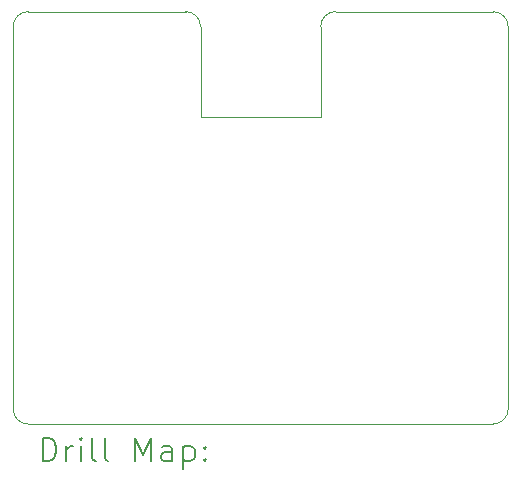
<source format=gbr>
%TF.GenerationSoftware,KiCad,Pcbnew,(6.0.10-0)*%
%TF.CreationDate,2023-01-12T22:41:01+08:00*%
%TF.ProjectId,Control,436f6e74-726f-46c2-9e6b-696361645f70,V3.2.2*%
%TF.SameCoordinates,PX7df6180PY32de760*%
%TF.FileFunction,Drillmap*%
%TF.FilePolarity,Positive*%
%FSLAX45Y45*%
G04 Gerber Fmt 4.5, Leading zero omitted, Abs format (unit mm)*
G04 Created by KiCad (PCBNEW (6.0.10-0)) date 2023-01-12 22:41:01*
%MOMM*%
%LPD*%
G01*
G04 APERTURE LIST*
%ADD10C,0.120000*%
%ADD11C,0.200000*%
G04 APERTURE END LIST*
D10*
X1270000Y-381000D02*
X254000Y-381000D01*
X2730500Y-2984500D02*
X-1206500Y-2984500D01*
X-1333500Y-2857500D02*
X-1333500Y381000D01*
X1397000Y508000D02*
G75*
G03*
X1270000Y381000I0J-127000D01*
G01*
X2857500Y381000D02*
G75*
G03*
X2730500Y508000I-127000J0D01*
G01*
X-1333500Y-2857500D02*
G75*
G03*
X-1206500Y-2984500I127000J0D01*
G01*
X1270000Y381000D02*
X1270000Y-381000D01*
X2730500Y-2984500D02*
G75*
G03*
X2857500Y-2857500I0J127000D01*
G01*
X-1206500Y508000D02*
G75*
G03*
X-1333500Y381000I0J-127000D01*
G01*
X254000Y-381000D02*
X254000Y381000D01*
X1397000Y508000D02*
X2730500Y508000D01*
X2857500Y381000D02*
X2857500Y-2857500D01*
X254000Y381000D02*
G75*
G03*
X127000Y508000I-127000J0D01*
G01*
X127000Y508000D02*
X-1206500Y508000D01*
D11*
X-1081881Y-3300976D02*
X-1081881Y-3100976D01*
X-1034262Y-3100976D01*
X-1005690Y-3110500D01*
X-986643Y-3129548D01*
X-977119Y-3148595D01*
X-967595Y-3186690D01*
X-967595Y-3215262D01*
X-977119Y-3253357D01*
X-986643Y-3272405D01*
X-1005690Y-3291452D01*
X-1034262Y-3300976D01*
X-1081881Y-3300976D01*
X-881881Y-3300976D02*
X-881881Y-3167643D01*
X-881881Y-3205738D02*
X-872357Y-3186690D01*
X-862833Y-3177167D01*
X-843786Y-3167643D01*
X-824738Y-3167643D01*
X-758071Y-3300976D02*
X-758071Y-3167643D01*
X-758071Y-3100976D02*
X-767595Y-3110500D01*
X-758071Y-3120024D01*
X-748548Y-3110500D01*
X-758071Y-3100976D01*
X-758071Y-3120024D01*
X-634262Y-3300976D02*
X-653310Y-3291452D01*
X-662833Y-3272405D01*
X-662833Y-3100976D01*
X-529500Y-3300976D02*
X-548548Y-3291452D01*
X-558072Y-3272405D01*
X-558072Y-3100976D01*
X-300929Y-3300976D02*
X-300929Y-3100976D01*
X-234262Y-3243833D01*
X-167595Y-3100976D01*
X-167595Y-3300976D01*
X13357Y-3300976D02*
X13357Y-3196214D01*
X3833Y-3177167D01*
X-15214Y-3167643D01*
X-53310Y-3167643D01*
X-72357Y-3177167D01*
X13357Y-3291452D02*
X-5690Y-3300976D01*
X-53310Y-3300976D01*
X-72357Y-3291452D01*
X-81881Y-3272405D01*
X-81881Y-3253357D01*
X-72357Y-3234309D01*
X-53310Y-3224786D01*
X-5690Y-3224786D01*
X13357Y-3215262D01*
X108595Y-3167643D02*
X108595Y-3367643D01*
X108595Y-3177167D02*
X127643Y-3167643D01*
X165738Y-3167643D01*
X184786Y-3177167D01*
X194309Y-3186690D01*
X203833Y-3205738D01*
X203833Y-3262881D01*
X194309Y-3281928D01*
X184786Y-3291452D01*
X165738Y-3300976D01*
X127643Y-3300976D01*
X108595Y-3291452D01*
X289548Y-3281928D02*
X299071Y-3291452D01*
X289548Y-3300976D01*
X280024Y-3291452D01*
X289548Y-3281928D01*
X289548Y-3300976D01*
X289548Y-3177167D02*
X299071Y-3186690D01*
X289548Y-3196214D01*
X280024Y-3186690D01*
X289548Y-3177167D01*
X289548Y-3196214D01*
M02*

</source>
